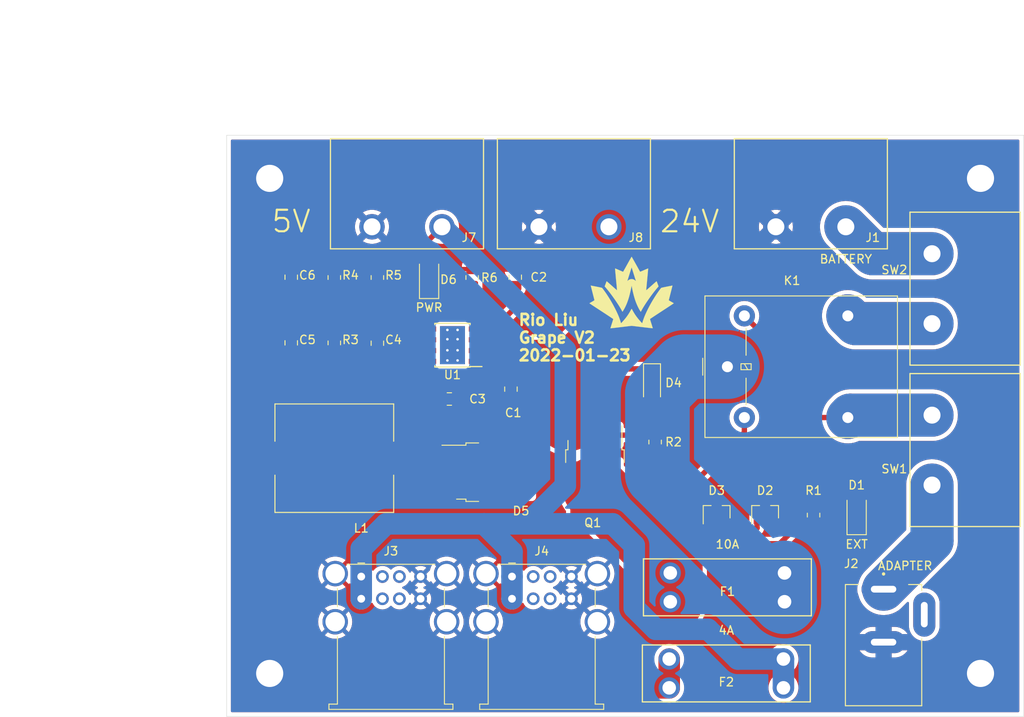
<source format=kicad_pcb>
(kicad_pcb (version 20211014) (generator pcbnew)
  (layers (0 "F.Cu" signal) (31 "B.Cu" signal) (34 "B.Paste" user) (35 "F.Paste" user) (36 "B.SilkS" user "B.Silkscreen") (37 "F.SilkS" user "F.Silkscreen") (38 "B.Mask" user) (39 "F.Mask" user) (44 "Edge.Cuts" user))
  (net 0 "")
  (net 1 "GND")
  (net 2 "+24V")
  (net 3 "Net-(C2-Pad1)")
  (net 4 "Net-(C3-Pad2)")
  (net 5 "Net-(C3-Pad1)")
  (net 6 "Net-(C4-Pad1)")
  (net 7 "Net-(C5-Pad1)")
  (net 8 "Net-(C6-Pad1)")
  (net 9 "Net-(D1-Pad2)")
  (net 10 "Net-(D1-Pad1)")
  (net 11 "Net-(D2-Pad2)")
  (net 12 "Net-(D4-Pad2)")
  (net 13 "+5V")
  (net 14 "Net-(D6-Pad1)")
  (net 15 "Net-(F1-Pad2)")
  (net 16 "Net-(J1-Pad2)")
  (net 17 "Net-(J2-Pad1)")
  (net 18 "Net-(K1-Pad4)")
  (net 19 "Net-(R4-Pad2)")
  (net 20 "Net-(F1-Pad1)")
  (footprint "Capacitor_SMD:C_0805_2012Metric_Pad1.18x1.45mm_HandSolder" (layer "F.Cu") (at 140.716 108.1825 90)
    (fp_text reference "C2" (at 0 2.7725 180) (layer "F.SilkS"))
    (fp_text value "8.2nF" hide)
    (pad "1" smd roundrect locked (at -1.0375 0 90) (size 1.175 1.45) (layers "F.Cu" "F.Paste" "F.Mask") (roundrect_rratio 0.212766) (net 3 "Net-(C2-Pad1)"))
    (pad "2" smd roundrect locked (at 1.0375 0 90) (size 1.175 1.45) (layers "F.Cu" "F.Paste" "F.Mask") (roundrect_rratio 0.212766) (net 1 "GND"))
  )
  (footprint "Capacitor_SMD:C_0805_2012Metric_Pad1.18x1.45mm_HandSolder" (layer "F.Cu") (at 132.9475 122.555)
    (fp_text reference "C3" (at 3.3235 0) (layer "F.SilkS"))
    (fp_text value "0.1uF" hide)
    (pad "1" smd roundrect locked (at -1.0375 0) (size 1.175 1.45) (layers "F.Cu" "F.Paste" "F.Mask") (roundrect_rratio 0.212766) (net 5 "Net-(C3-Pad1)"))
    (pad "2" smd roundrect locked (at 1.0375 0) (size 1.175 1.45) (layers "F.Cu" "F.Paste" "F.Mask") (roundrect_rratio 0.212766) (net 4 "Net-(C3-Pad2)"))
  )
  (footprint "Diode_SMD:D_SOT-23_ANK" (layer "F.Cu") (at 170.18 135.89 90)
    (fp_text reference "D2" (at 2.54 0 180) (layer "F.SilkS"))
    (fp_text value "BAS19LT3G" hide)
    (pad "" smd rect locked (at -1 0.95 90) (size 0.9 0.8) (layers "F.Cu" "F.Paste" "F.Mask"))
    (pad "1" smd rect locked (at 1 0 90) (size 0.9 0.8) (layers "F.Cu" "F.Paste" "F.Mask") (net 9 "Net-(D1-Pad2)"))
    (pad "2" smd rect locked (at -1 -0.95 90) (size 0.9 0.8) (layers "F.Cu" "F.Paste" "F.Mask") (net 11 "Net-(D2-Pad2)"))
  )
  (footprint "Diode_SMD:D_SOT-23_ANK" (layer "F.Cu") (at 164.465 135.89 90)
    (fp_text reference "D3" (at 2.54 0 180) (layer "F.SilkS"))
    (fp_text value "BAS19LT3G" hide)
    (pad "" smd rect locked (at -1 0.95 90) (size 0.9 0.8) (layers "F.Cu" "F.Paste" "F.Mask"))
    (pad "1" smd rect locked (at 1 0 90) (size 0.9 0.8) (layers "F.Cu" "F.Paste" "F.Mask") (net 1 "GND"))
    (pad "2" smd rect locked (at -1 -0.95 90) (size 0.9 0.8) (layers "F.Cu" "F.Paste" "F.Mask") (net 11 "Net-(D2-Pad2)"))
  )
  (footprint "Diode_SMD:D_SOD-123" (layer "F.Cu") (at 156.845 120.65 -90)
    (fp_text reference "D4" (at 0 -2.54 180) (layer "F.SilkS"))
    (fp_text value "3-15V" hide)
    (pad "1" smd rect locked (at -1.65 0 270) (size 0.9 1.2) (layers "F.Cu" "F.Paste" "F.Mask") (net 2 "+24V"))
    (pad "2" smd rect locked (at 1.65 0 270) (size 0.9 1.2) (layers "F.Cu" "F.Paste" "F.Mask") (net 12 "Net-(D4-Pad2)"))
  )
  (footprint "powerbox:TENSILITY_54-00167" (layer "F.Cu") (at 184.15 158.75 90)
    (fp_text reference "J2" (at 16.764 -3.81 180) (layer "F.SilkS"))
    (fp_text value "ADAPTER" (at 16.51 2.54 180) (layer "F.SilkS"))
    (pad "1" thru_hole oval locked (at 13.75 0 90) (size 2.6 5.2) (drill oval 0.8 3) (layers *.Cu *.Mask) (net 17 "Net-(J2-Pad1)"))
    (pad "2" thru_hole oval locked (at 7.5 0 90) (size 2.6 5.2) (drill oval 0.8 3) (layers *.Cu *.Mask) (net 1 "GND"))
    (pad "3" thru_hole oval locked (at 10.75 4.8 90) (size 5.2 2.6) (drill oval 3 0.8) (layers *.Cu *.Mask))
  )
  (footprint "powerbox:BarrierBlock_ED2945-ND" (layer "F.Cu") (at 143.51 102.235)
    (fp_text reference "J8" (at 11.43 1.27) (layer "F.SilkS"))
    (fp_text value "24V" (at 17.78 -0.635) (layer "F.SilkS") (effects (font (size 2.54 2.54) (thickness 0.254))))
    (pad "1" thru_hole circle locked (at 0 0) (size 3 3) (drill 2) (layers *.Cu *.Mask) (net 1 "GND"))
    (pad "2" thru_hole circle locked (at 8.25 0) (size 3 3) (drill 2) (layers *.Cu *.Mask) (net 2 "+24V"))
  )
  (footprint "powerbox:IND_PA4343.103NLT" (layer "F.Cu") (at 119.38 129.54 180)
    (fp_text reference "L1" (at -3.177995 -8.262765) (layer "F.SilkS") (effects (font (size 1.000937 1.000937))))
    (fp_text value "8.2uH" hide)
    (pad "1" smd rect locked (at -5.55 0 180) (size 5 3.1) (layers "F.Cu" "F.Paste" "F.Mask") (net 5 "Net-(C3-Pad1)"))
    (pad "2" smd rect locked (at 5.55 0 180) (size 5 3.1) (layers "F.Cu" "F.Paste" "F.Mask") (net 8 "Net-(C6-Pad1)"))
  )
  (footprint "Resistor_SMD:R_0805_2012Metric_Pad1.20x1.40mm_HandSolder" (layer "F.Cu") (at 135.636 108.22 90)
    (fp_text reference "R6" (at -0.016 2.032 180) (layer "F.SilkS"))
    (fp_text value "160" hide)
    (pad "1" smd roundrect locked (at -1 0 90) (size 1.2 1.4) (layers "F.Cu" "F.Paste" "F.Mask") (roundrect_rratio 0.208333) (net 14 "Net-(D6-Pad1)"))
    (pad "2" smd roundrect locked (at 1 0 90) (size 1.2 1.4) (layers "F.Cu" "F.Paste" "F.Mask") (roundrect_rratio 0.208333) (net 1 "GND"))
  )
  (footprint "powerbox:BarrierBlock_ED2945-ND" (layer "F.Cu") (at 189.865 105.41 -90)
    (fp_text reference "SW2" (at 1.905 4.445 180) (layer "F.SilkS"))
    (fp_text value "~")
    (pad "1" thru_hole circle locked (at 0 0 270) (size 3 3) (drill 2) (layers *.Cu *.Mask) (net 16 "Net-(J1-Pad2)"))
    (pad "2" thru_hole circle locked (at 8.25 0 270) (size 3 3) (drill 2) (layers *.Cu *.Mask) (net 18 "Net-(K1-Pad4)"))
  )
  (footprint "Package_SO:TI_SO-PowerPAD-8_ThermalVias" (layer "F.Cu") (at 133.315 116.205 180)
    (fp_text reference "U1" (at 0 -3.5) (layer "F.SilkS"))
    (fp_text value "TPS54331GDR" hide)
    (pad "1" smd rect locked (at -2.7 -1.905 180) (size 1.55 0.6) (layers "F.Cu" "F.Paste" "F.Mask") (net 4 "Net-(C3-Pad2)"))
    (pad "2" smd rect locked (at -2.7 -0.635 180) (size 1.55 0.6) (layers "F.Cu" "F.Paste" "F.Mask") (net 2 "+24V"))
    (pad "3" smd rect locked (at -2.7 0.635 180) (size 1.55 0.6) (layers "F.Cu" "F.Paste" "F.Mask"))
    (pad "4" smd rect locked (at -2.7 1.905 180) (size 1.55 0.6) (layers "F.Cu" "F.Paste" "F.Mask") (net 3 "Net-(C2-Pad1)"))
    (pad "5" smd rect locked (at 2.7 1.905 180) (size 1.55 0.6) (layers "F.Cu" "F.Paste" "F.Mask") (net 19 "Net-(R4-Pad2)"))
    (pad "6" smd rect locked (at 2.7 0.635 180) (size 1.55 0.6) (layers "F.Cu" "F.Paste" "F.Mask") (net 6 "Net-(C4-Pad1)"))
    (pad "7" smd rect locked (at 2.7 -0.635 180) (size 1.55 0.6) (layers "F.Cu" "F.Paste" "F.Mask") (net 1 "GND"))
    (pad "8" smd rect locked (at 2.7 -1.905 180) (size 1.55 0.6) (layers "F.Cu" "F.Paste" "F.Mask") (net 5 "Net-(C3-Pad1)"))
    (pad "9" thru_hole circle locked (at 0.6 -1.8 180) (size 0.6 0.6) (drill 0.3) (layers *.Cu))
    (pad "9" thru_hole circle locked (at 0.6 0.7 180) (size 0.6 0.6) (drill 0.3) (layers *.Cu))
    (pad "9" smd rect locked (at 0 0 180) (size 2.6 3.1) (layers "F.Cu" "F.Paste" "F.Mask"))
    (pad "9" thru_hole circle locked (at -0.6 -0.6 180) (size 0.6 0.6) (drill 0.3) (layers *.Cu))
    (pad "9" thru_hole circle locked (at -0.6 0.7 180) (size 0.6 0.6) (drill 0.3) (layers *.Cu))
    (pad "9" smd rect locked (at 0 0 180) (size 2.95 4.5) (layers "B.Cu"))
    (pad "9" smd rect locked (at 0 0 180) (size 2.95 4.5) (layers "F.Cu"))
    (pad "9" thru_hole circle locked (at -0.6 -1.8 180) (size 0.6 0.6) (drill 0.3) (layers *.Cu))
    (pad "9" thru_hole circle locked (at 0.6 -0.6 180) (size 0.6 0.6) (drill 0.3) (layers *.Cu))
    (pad "9" thru_hole circle locked (at -0.6 1.8 180) (size 0.6 0.6) (drill 0.3) (layers *.Cu))
    (pad "9" thru_hole circle locked (at 0.6 1.8 180) (size 0.6 0.6) (drill 0.3) (layers *.Cu))
  )
  (footprint "Connector_USB:USB_A_Wuerth_61400826021_Horizontal_Stacked" (layer "F.Cu") (at 122.555 143.51)
    (fp_text reference "J3" (at 3.5 -3) (layer "F.SilkS"))
    (fp_text value "USB_STACKED" hide)
    (pad "1" thru_hole rect locked (at 0 0) (size 1.5 1.5) (drill 0.92) (layers *.Cu *.Mask) (net 13 "+5V"))
    (pad "2" thru_hole circle locked (at 2.5 0) (size 1.5 1.5) (drill 0.92) (layers *.Cu *.Mask))
    (pad "3" thru_hole circle locked (at 4.5 0) (size 1.5 1.5) (drill 0.92) (layers *.Cu *.Mask))
    (pad "4" thru_hole circle locked (at 7 0) (size 1.5 1.5) (drill 0.92) (layers *.Cu *.Mask) (net 1 "GND"))
    (pad "5" thru_hole circle locked (at 0 2.62) (size 1.5 1.5) (drill 0.92) (layers *.Cu *.Mask) (net 13 "+5V"))
    (pad "6" thru_hole circle locked (at 2.5 2.62) (size 1.5 1.5) (drill 0.92) (layers *.Cu *.Mask))
    (pad "7" thru_hole circle locked (at 4.5 2.62) (size 1.5 1.5) (drill 0.92) (layers *.Cu *.Mask))
    (pad "8" thru_hole circle locked (at 7 2.62) (size 1.5 1.5) (drill 0.92) (layers *.Cu *.Mask) (net 1 "GND"))
    (pad "9" thru_hole circle locked (at 10.07 -0.35) (size 3 3) (drill 2.3) (layers *.Cu *.Mask) (net 1 "GND"))
    (pad "9" thru_hole circle locked (at -3.07 5.33) (size 3 3) (drill 2.3) (layers *.Cu *.Mask) (net 1 "GND"))
    (pad "9" thru_hole circle locked (at 10.07 5.33) (size 3 3) (drill 2.3) (layers *.Cu *.Mask) (net 1 "GND"))
    (pad "9" thru_hole circle locked (at -3.07 -0.35) (size 3 3) (drill 2.3) (layers *.Cu *.Mask) (net 1 "GND"))
  )
  (footprint "Capacitor_SMD:C_0805_2012Metric_Pad1.18x1.45mm_HandSolder" (layer "F.Cu") (at 140.208 121.3905 -90)
    (fp_text reference "C1" (at 2.794 -0.2755 180) (layer "F.SilkS"))
    (fp_text value "10uF" hide)
    (pad "1" smd roundrect locked (at -1.0375 0 270) (size 1.175 1.45) (layers "F.Cu" "F.Paste" "F.Mask") (roundrect_rratio 0.212766) (net 2 "+24V"))
    (pad "2" smd roundrect locked (at 1.0375 0 270) (size 1.175 1.45) (layers "F.Cu" "F.Paste" "F.Mask") (roundrect_rratio 0.212766) (net 1 "GND"))
  )
  (footprint "Capacitor_SMD:C_0805_2012Metric_Pad1.18x1.45mm_HandSolder" (layer "F.Cu") (at 124.46 115.9725 -90)
    (fp_text reference "C4" (at -0.4025 -1.905 180) (layer "F.SilkS"))
    (fp_text value "10pF" hide)
    (pad "1" smd roundrect locked (at -1.0375 0 270) (size 1.175 1.45) (layers "F.Cu" "F.Paste" "F.Mask") (roundrect_rratio 0.212766) (net 6 "Net-(C4-Pad1)"))
    (pad "2" smd roundrect locked (at 1.0375 0 270) (size 1.175 1.45) (layers "F.Cu" "F.Paste" "F.Mask") (roundrect_rratio 0.212766) (net 1 "GND"))
  )
  (footprint "Capacitor_SMD:C_0805_2012Metric_Pad1.18x1.45mm_HandSolder" (layer "F.Cu") (at 114.3 108.1825 -90)
    (fp_text reference "C6" (at -0.2325 -1.905 180) (layer "F.SilkS"))
    (fp_text value "47uF" hide)
    (pad "1" smd roundrect locked (at -1.0375 0 270) (size 1.175 1.45) (layers "F.Cu" "F.Paste" "F.Mask") (roundrect_rratio 0.212766) (net 8 "Net-(C6-Pad1)"))
    (pad "2" smd roundrect locked (at 1.0375 0 270) (size 1.175 1.45) (layers "F.Cu" "F.Paste" "F.Mask") (roundrect_rratio 0.212766) (net 1 "GND"))
  )
  (footprint "Resistor_SMD:R_0805_2012Metric_Pad1.20x1.40mm_HandSolder" (layer "F.Cu") (at 119.38 108.22 -90)
    (fp_text reference "R4" (at -0.27 -1.905 180) (layer "F.SilkS"))
    (fp_text value "10.2k" hide)
    (pad "1" smd roundrect locked (at -1 0 270) (size 1.2 1.4) (layers "F.Cu" "F.Paste" "F.Mask") (roundrect_rratio 0.208333) (net 8 "Net-(C6-Pad1)"))
    (pad "2" smd roundrect locked (at 1 0 270) (size 1.2 1.4) (layers "F.Cu" "F.Paste" "F.Mask") (roundrect_rratio 0.208333) (net 19 "Net-(R4-Pad2)"))
  )
  (footprint "Resistor_SMD:R_0805_2012Metric_Pad1.20x1.40mm_HandSolder" (layer "F.Cu") (at 124.46 108.22 90)
    (fp_text reference "R5" (at 0.27 1.905 180) (layer "F.SilkS"))
    (fp_text value "1.96k" hide)
    (pad "1" smd roundrect locked (at -1 0 90) (size 1.2 1.4) (layers "F.Cu" "F.Paste" "F.Mask") (roundrect_rratio 0.208333) (net 19 "Net-(R4-Pad2)"))
    (pad "2" smd roundrect locked (at 1 0 90) (size 1.2 1.4) (layers "F.Cu" "F.Paste" "F.Mask") (roundrect_rratio 0.208333) (net 1 "GND"))
  )
  (footprint "Resistor_SMD:R_0805_2012Metric_Pad1.20x1.40mm_HandSolder" (layer "F.Cu") (at 175.895 136.255 -90)
    (fp_text reference "R1" (at -2.905 0 180) (layer "F.SilkS"))
    (fp_text value "1K" hide)
    (pad "1" smd roundrect locked (at -1 0 270) (size 1.2 1.4) (layers "F.Cu" "F.Paste" "F.Mask") (roundrect_rratio 0.208333) (net 11 "Net-(D2-Pad2)"))
    (pad "2" smd roundrect locked (at 1 0 270) (size 1.2 1.4) (layers "F.Cu" "F.Paste" "F.Mask") (roundrect_rratio 0.208333) (net 10 "Net-(D1-Pad1)"))
  )
  (footprint "LED_SMD:LED_1206_3216Metric_Pad1.42x1.75mm_HandSolder" (layer "F.Cu") (at 180.975 136.1075 90)
    (fp_text reference "D1" (at 3.3925 0 180) (layer "F.SilkS"))
    (fp_text value "EXT" (at -3.5925 0 180) (layer "F.SilkS"))
    (pad "1" smd roundrect locked (at -1.4875 0 90) (size 1.425 1.75) (layers "F.Cu" "F.Paste" "F.Mask") (roundrect_rratio 0.175439) (net 10 "Net-(D1-Pad1)"))
    (pad "2" smd roundrect locked (at 1.4875 0 90) (size 1.425 1.75) (layers "F.Cu" "F.Paste" "F.Mask") (roundrect_rratio 0.175439) (net 9 "Net-(D1-Pad2)"))
  )
  (footprint "Package_TO_SOT_SMD:TO-252-2" (layer "F.Cu") (at 137.37 131.19)
    (fp_text reference "D5" (at 4.029 4.571) (layer "F.SilkS"))
    (fp_text value "FERD15S50S" hide)
    (pad "1" smd rect locked (at -4.2 -2.28) (size 2.2 1.2) (layers "F.Cu" "F.Paste" "F.Mask") (net 5 "Net-(C3-Pad1)"))
    (pad "2" smd rect locked (at 2.1 0) (size 6.4 5.8) (layers "F.Cu" "F.Mask") (net 1 "GND"))
    (pad "3" smd rect locked (at -4.2 2.28) (size 2.2 1.2) (layers "F.Cu" "F.Paste" "F.Mask") (net 1 "GND"))
  )
  (footprint "Resistor_SMD:R_0805_2012Metric_Pad1.20x1.40mm_HandSolder" (layer "F.Cu") (at 119.38 115.935 90)
    (fp_text reference "R3" (at 0.365 1.905 180) (layer "F.SilkS"))
    (fp_text value "64.9k" hide)
    (pad "1" smd roundrect locked (at -1 0 90) (size 1.2 1.4) (layers "F.Cu" "F.Paste" "F.Mask") (roundrect_rratio 0.208333) (net 7 "Net-(C5-Pad1)"))
    (pad "2" smd roundrect locked (at 1 0 90) (size 1.2 1.4) (layers "F.Cu" "F.Paste" "F.Mask") (roundrect_rratio 0.208333) (net 6 "Net-(C4-Pad1)"))
  )
  (footprint "Relay_THT:Relay_SPDT_Omron-G5LE-1" (layer "F.Cu") (at 165.735 118.745 90)
    (fp_text reference "K1" (at 10.16 7.62 180) (layer "F.SilkS"))
    (fp_text value "J107F1CS1224VDC.36" hide)
    (pad "1" thru_hole rect locked (at 0 0 90) (size 2.5 2.5) (drill 1.3) (layers *.Cu *.Mask) (net 20 "Net-(F1-Pad1)"))
    (pad "2" thru_hole oval locked (at -6 2 90) (size 2.5 2.5) (drill 1.3) (layers *.Cu *.Mask) (net 11 "Net-(D2-Pad2)"))
    (pad "3" thru_hole oval locked (at -6 14.2 90) (size 2.5 2.5) (drill 1.3) (layers *.Cu *.Mask) (net 9 "Net-(D1-Pad2)"))
    (pad "4" thru_hole oval locked (at 6 14.2 90) (size 2.5 2.5) (drill 1.3) (layers *.Cu *.Mask) (net 18 "Net-(K1-Pad4)"))
    (pad "5" thru_hole oval locked (at 6 2 90) (size 2.5 2.5) (drill 1.3) (layers *.Cu *.Mask) (net 9 "Net-(D1-Pad2)"))
  )
  (footprint "Capacitor_SMD:C_0805_2012Metric_Pad1.18x1.45mm_HandSolder" (layer "F.Cu") (at 114.3 115.9295 90)
    (fp_text reference "C5" (at 0.3595 1.905 180) (layer "F.SilkS"))
    (fp_text value "1nF" hide)
    (pad "1" smd roundrect locked (at -1.0375 0 90) (size 1.175 1.45) (layers "F.Cu" "F.Paste" "F.Mask") (roundrect_rratio 0.212766) (net 7 "Net-(C5-Pad1)"))
    (pad "2" smd roundrect locked (at 1.0375 0 90) (size 1.175 1.45) (layers "F.Cu" "F.Paste" "F.Mask") (roundrect_rratio 0.212766) (net 1 "GND"))
  )
  (footprint "MountingHole:MountingHole_3.2mm_M3_Pad" (layer "F.Cu") (at 195.58 96.52)
    (fp_text reference "REF**" hide)
    (fp_text value "MountingHole_3.2mm_M3_Pad" hide)
    (pad "1" thru_hole circle locked (at 0 0) (size 6.4 6.4) (drill 3.200001) (layers *.Cu *.Mask) (net 1 "GND"))
  )
  (footprint "powerbox:BarrierBlock_ED2945-ND" (layer "F.Cu") (at 189.865 124.46 -90)
    (fp_text reference "SW1" (at 6.35 4.445 180) (layer "F.SilkS"))
    (fp_text value "~")
    (pad "1" thru_hole circle locked (at 0 0 270) (size 3 3) (drill 2) (layers *.Cu *.Mask) (net 9 "Net-(D1-Pad2)"))
    (pad "2" thru_hole circle locked (at 8.25 0 270) (size 3 3) (drill 2) (layers *.Cu *.Mask) (net 17 "Net-(J2-Pad1)"))
  )
  (footprint "LED_SMD:LED_1206_3216Metric_Pad1.42x1.75mm_HandSolder" (layer "F.Cu") (at 130.556 108.2405 90)
    (fp_text reference "D6" (at -0.2175 2.286 180) (layer "F.SilkS"))
    (fp_text value "PWR" (at -3.5195 0 180) (layer "F.SilkS"))
    (pad "1" smd roundrect locked (at -1.4875 0 90) (size 1.425 1.75) (layers "F.Cu" "F.Paste" "F.Mask") (roundrect_rratio 0.175439) (net 14 "Net-(D6-Pad1)"))
    (pad "2" smd roundrect locked (at 1.4875 0 90) (size 1.425 1.75) (layers "F.Cu" "F.Paste" "F.Mask") (roundrect_rratio 0.175439) (net 13 "+5V"))
  )
  (footprint "MountingHole:MountingHole_3.2mm_M3_Pad" (layer "F.Cu") (at 111.76 154.94)
    (fp_text reference "REF**" hide)
    (fp_text value "MountingHole_3.2mm_M3_Pad" hide)
    (pad "1" thru_hole circle locked (at 0 0) (size 6.4 6.4) (drill 3.200001) (layers *.Cu *.Mask) (net 1 "GND"))
  )
  (footprint "MountingHole:MountingHole_3.2mm_M3_Pad" (layer "F.Cu") (at 111.76 96.52)
    (fp_text reference "REF**" hide)
    (fp_text value "MountingHole_3.2mm_M3_Pad" hide)
    (pad "1" thru_hole circle locked (at 0 0) (size 6.4 6.4) (drill 3.200001) (layers *.Cu *.Mask) (net 1 "GND"))
  )
  (footprint "Connector_USB:USB_A_Wuerth_61400826021_Horizontal_Stacked" (layer "F.Cu") (at 140.335 143.51)
    (fp_text reference "J4" (at 3.5 -3) (layer "F.SilkS"))
    (fp_text value "USB_STACKED" hide)
    (pad "1" thru_hole rect locked (at 0 0) (size 1.5 1.5) (drill 0.92) (layers *.Cu *.Mask) (net 13 "+5V"))
    (pad "2" thru_hole circle locked (at 2.5 0) (size 1.5 1.5) (drill 0.92) (layers *.Cu *.Mask))
    (pad "3" thru_hole circle locked (at 4.5 0) (size 1.5 1.5) (drill 0.92) (layers *.Cu *.Mask))
    (pad "4" thru_hole circle locked (at 7 0) (size 1.5 1.5) (drill 0.92) (layers *.Cu *.Mask) (net 1 "GND"))
    (pad "5" thru_hole circle locked (at 0 2.62) (size 1.5 1.5) (drill 0.92) (layers *.Cu *.Mask) (net 13 "+5V"))
    (pad "6" thru_hole circle locked (at 2.5 2.62) (size 1.5 1.5) (drill 0.92) (layers *.Cu *.Mask))
    (pad "7" thru_hole circle locked (at 4.5 2.62) (size 1.5 1.5) (drill 0.92) (layers *.Cu *.Mask))
    (pad "8" thru_hole circle locked (at 7 2.62) (size 1.5 1.5) (drill 0.92) (layers *.Cu *.Mask) (net 1 "GND"))
    (pad "9" thru_hole circle locked (at 10.07 -0.35) (size 3 3) (drill 2.3) (layers *.Cu *.Mask) (net 1 "GND"))
    (pad "9" thru_hole circle locked (at 10.07 5.33) (size 3 3) (drill 2.3) (layers *.Cu *.Mask) (net 1 "GND"))
    (pad "9" thru_hole circle locked (at -3.07 -0.35) (size 3 3) (drill 2.3) (layers *.Cu *.Mask) (net 1 "GND"))
    (pad "9" thru_hole circle locked (at -3.07 5.33) (size 3 3) (drill 2.3) (layers *.Cu *.Mask) (net 1 "GND"))
  )
  (footprint "Package_TO_SOT_SMD:TO-252-2" (layer "F.Cu") (at 150.115 131.02 -90)
    (fp_text reference "Q1" (at 6.14 0.255 180) (layer "F.SilkS"))
    (fp_text value "AOD417" hide)
    (pad "1" smd rect locked (at -4.2 -2.28 270) (size 2.2 1.2) (layers "F.Cu" "F.Paste" "F.Mask") (net 12 "Net-(D4-Pad2)"))
    (pad "2" smd rect locked (at 2.1 0 270) (size 6.4 5.8) (layers "F.Cu" "F.Mask") (net 15 "Net-(F1-Pad2)"))
    (pad "3" smd rect locked (at -4.2 2.28 270) (size 2.2 1.2) (layers "F.Cu" "F.Paste" "F.Mask") (net 2 "+24V"))
  )
  (footprint "Resistor_SMD:R_0805_2012Metric_Pad1.20x1.40mm_HandSolder" (layer "F.Cu") (at 157.21 127.635 -90)
    (fp_text reference "R2" (at 0 -2.175 180) (layer "F.SilkS"))
    (fp_text value "10k" hide)
    (pad "1" smd roundrect locked (at -1 0 270) (size 1.2 1.4) (layers "F.Cu" "F.Paste" "F.Mask") (roundrect_rratio 0.208333) (net 12 "Net-(D4-Pad2)"))
    (pad "2" smd roundrect locked (at 1 0 270) (size 1.2 1.4) (layers "F.Cu" "F.Paste" "F.Mask") (roundrect_rratio 0.208333) (net 1 "GND"))
  )
  (footprint "MountingHole:MountingHole_3.2mm_M3_Pad" (layer "F.Cu") (at 195.58 154.94)
    (fp_text reference "REF**" hide)
    (fp_text value "MountingHole_3.2mm_M3_Pad" hide)
    (pad "1" thru_hole circle locked (at 0 0) (size 6.4 6.4) (drill 3.200001) (layers *.Cu *.Mask) (net 1 "GND"))
  )
  (footprint "powerbox:BarrierBlock_ED2945-ND" (layer "F.Cu") (at 171.45 102.235)
    (fp_text reference "J1" (at 11.43 1.27) (layer "F.SilkS"))
    (fp_text value "BATTERY" (at 8.255 3.81) (layer "F.SilkS"))
    (pad "1" thru_hole circle locked (at 0 0) (size 3 3) (drill 2) (layers *.Cu *.Mask) (net 1 "GND"))
    (pad "2" thru_hole circle locked (at 8.25 0) (size 3 3) (drill 2) (layers *.Cu *.Mask) (net 16 "Net-(J1-Pad2)"))
  )
  (footprint "powerbox:BarrierBlock_ED2945-ND" (layer "F.Cu") (at 123.825 102.235)
    (fp_text reference "J7" (at 11.43 1.27) (layer "F.SilkS"))
    (fp_text value "5V" (at -9.525 -0.635) (layer "F.SilkS") (effects (font (size 2.54 2.54) (thickness 0.254))))
    (pad "1" thru_hole circle locked (at 0 0) (size 3 3) (drill 2) (layers *.Cu *.Mask) (net 1 "GND"))
    (pad "2" thru_hole circle locked (at 8.25 0) (size 3 3) (drill 2) (layers *.Cu *.Mask) (net 13 "+5V"))
  )
  (footprint "powerbox:Fuseholder_36-3557-15-ND" (layer "F.Cu") (at 165.735 144.78)
    (fp_text reference "F1" (at 0 0.5) (layer "F.SilkS"))
    (fp_text value "10A" (at 0 -5.08) (layer "F.SilkS"))
    (pad "1" thru_hole circle locked (at 6.735 -1.7) (size 2.5 2.5) (drill 1.6) (layers *.Cu *.Mask) (net 20 "Net-(F1-Pad1)"))
    (pad "1" thru_hole circle locked (at 6.735 1.7) (size 2.5 2.5) (drill 1.6) (layers *.Cu *.Mask) (net 20 "Net-(F1-Pad1)"))
    (pad "2" thru_hole circle locked (at -6.735 -1.7) (size 2.5 2.5) (drill 1.6) (layers *.Cu *.Mask) (net 15 "Net-(F1-Pad2)"))
    (pad "2" thru_hole circle locked (at -6.735 1.7) (size 2.5 2.5) (drill 1.6) (layers *.Cu *.Mask) (net 15 "Net-(F1-Pad2)"))
  )
  (footprint "powerbox:Fuseholder_36-3557-15-ND" (layer "F.Cu") (at 165.608 154.94)
    (fp_text reference "F2" (at 0 1.016) (layer "F.SilkS"))
    (fp_text value "4A" (at 0 -5.08) (layer "F.SilkS"))
    (pad "1" thru_hole circle locked (at 6.735 1.7) (size 2.5 2.5) (drill 1.6) (layers *.Cu *.Mask) (net 13 "+5V"))
    (pad "1" thru_hole circle locked (at 6.735 -1.7) (size 2.5 2.5) (drill 1.6) (layers *.Cu *.Mask) (net 13 "+5V"))
    (pad "2" thru_hole circle locked (at -6.735 1.7) (size 2.5 2.5) (drill 1.6) (layers *.Cu *.Mask) (net 8 "Net-(C6-Pad1)"))
    (pad "2" thru_hole circle locked (at -6.735 -1.7) (size 2.5 2.5) (drill 1.6) (layers *.Cu *.Mask) (net 8 "Net-(C6-Pad1)"))
  )
  (footprint "Team_Logo:Logo_SilkScreen_10mm" (layer "F.Cu") (at 154.432 109.982)
    (fp_text reference "G***" hide)
    (fp_text value "LOGO" hide)
  )
  (gr_line (start 200.66 91.44) (end 200.66 91.44) (layer "Edge.Cuts") (width 0.05))
  (gr_line (start 106.68 91.44) (end 200.66 91.44) (layer "Edge.Cuts") (width 0.05))
  (gr_line (start 106.68 160.02) (end 106.68 91.44) (layer "Edge.Cuts") (width 0.05))
  (gr_line (start 200.66 91.44) (end 200.66 160.02) (layer "Edge.Cuts") (width 0.05))
  (gr_line (start 200.66 160.02) (end 106.68 160.02) (layer "Edge.Cuts") (width 0.05))
  (gr_text "Rio Liu\nGrape V2\n2022-01-23" (at 140.97 115.316) (layer "F.SilkS") (effects (font (size 1.3 1.3) (thickness 0.3)) (justify left)))
  (segment (start 140.641 107.22) (end 140.716 107.145) (width 0.635) (layer "F.Cu") (net 1))
  (segment (start 135.636 107.22) (end 140.641 107.22) (width 0.635) (layer "F.Cu") (net 1))
  (segment (start 136.015 116.84) (end 138.176 116.84) (width 0.635) (layer "F.Cu") (net 2))
  (segment (start 146.939 120.0785) (end 146.939 124.9045) (width 7.62) (layer "F.Cu") (net 2))
  (segment (start 140.208 120.353) (end 140.208 118.872) (width 0.635) (layer "F.Cu") (net 2))
  (segment (start 151.76 113.4695) (end 151.76 115.2575) (width 7.62) (layer "F.Cu") (net 2))
  (segment (start 147.32 116.84) (end 138.176 116.84) (width 2.54) (layer "F.Cu") (net 2))
  (segment (start 151.76 102.235) (end 151.76 113.4695) (width 7.62) (layer "F.Cu") (net 2))
  (segment (start 149.48 119) (end 147.32 116.84) (width 0.635) (layer "F.Cu") (net 2))
  (segment (start 151.76 115.2575) (end 146.939 120.0785) (width 7.62) (layer "F.Cu") (net 2))
  (segment (start 140.208 118.872) (end 138.176 116.84) (width 0.635) (layer "F.Cu") (net 2))
  (segment (start 156.845 119) (end 149.48 119) (width 0.635) (layer "F.Cu") (net 2))
  (segment (start 136.015 114.3) (end 138.176 114.3) (width 0.635) (layer "F.Cu") (net 3))
  (segment (start 138.176 114.3) (end 140.716 111.76) (width 0.635) (layer "F.Cu") (net 3))
  (segment (start 140.716 111.76) (end 140.716 109.22) (width 0.635) (layer "F.Cu") (net 3))
  (segment (start 136.015 120.525) (end 133.985 122.555) (width 0.635) (layer "F.Cu") (net 4))
  (segment (start 136.015 118.11) (end 136.015 120.525) (width 0.635) (layer "F.Cu") (net 4))
  (segment (start 124.93 122.974) (end 124.93 121.958) (width 2.54) (layer "F.Cu") (net 5))
  (segment (start 128.016 118.872) (end 130.048 118.872) (width 2.54) (layer "F.Cu") (net 5))
  (segment (start 124.93 129.54) (end 124.93 122.974) (width 2.54) (layer "F.Cu") (net 5))
  (segment (start 124.93 121.958) (end 128.016 118.872) (width 2.54) (layer "F.Cu") (net 5))
  (segment (start 130.615 121.26) (end 131.91 122.555) (width 0.635) (layer "F.Cu") (net 5))
  (segment (start 133.17 128.91) (end 130.866 128.91) (width 2.54) (layer "F.Cu") (net 5))
  (segment (start 130.866 128.91) (end 124.93 122.974) (width 2.54) (layer "F.Cu") (net 5))
  (segment (start 130.615 118.11) (end 130.615 121.26) (width 0.635) (layer "F.Cu") (net 5))
  (segment (start 124.46 114.935) (end 124.46 114.3) (width 0.635) (layer "F.Cu") (net 6))
  (segment (start 125.984 112.776) (end 121.539 112.776) (width 0.635) (layer "F.Cu") (net 6))
  (segment (start 129.286 115.57) (end 126.492 112.776) (width 0.635) (layer "F.Cu") (net 6))
  (segment (start 121.539 112.776) (end 119.38 114.935) (width 0.635) (layer "F.Cu") (net 6))
  (segment (start 124.46 114.3) (end 125.984 112.776) (width 0.635) (layer "F.Cu") (net 6))
  (segment (start 126.492 112.776) (end 125.984 112.776) (width 0.635) (layer "F.Cu") (net 6))
  (segment (start 130.615 115.57) (end 129.286 115.57) (width 0.635) (layer "F.Cu") (net 6))
  (segment (start 114.3 116.967) (end 119.348 116.967) (width 0.635) (layer "F.Cu") (net 7))
  (segment (start 119.348 116.967) (end 119.38 116.935) (width 0.635) (layer "F.Cu") (net 7))
  (segment (start 110.744 126.454) (end 113.83 129.54) (width 0.635) (layer "F.Cu") (net 8))
  (segment (start 114.3 107.145) (end 119.305 107.145) (width 0.635) (layer "F.Cu") (net 8))
  (segment (start 113.83 149.136) (end 119.253 154.559) (width 2.54) (layer "F.Cu") (net 8))
  (segment (start 119.253 154.559) (end 120.064 155.37) (width 2.54) (layer "F.Cu") (net 8))
  (segment (start 113.83 149.136) (end 121.334 156.64) (width 2.54) (layer "F.Cu") (net 8))
  (segment (start 110.744 109.728) (end 110.744 126.454) (width 0.635) (layer "F.Cu") (net 8))
  (segment (start 113.83 129.54) (end 113.83 149.136) (width 2.54) (layer "F.Cu") (net 8))
  (segment (start 158.873 156.64) (end 158.873 153.24) (width 2.54) (layer "F.Cu") (net 8))
  (segment (start 121.334 156.64) (end 158.873 156.64) (width 2.54) (layer "F.Cu") (net 8))
  (segment (start 121.334 156.64) (end 119.253 154.559) (width 2.54) (layer "F.Cu") (net 8))
  (segment (start 119.305 107.145) (end 119.38 107.22) (width 0.635) (layer "F.Cu") (net 8))
  (segment (start 113.327 107.145) (end 110.744 109.728) (width 0.635) (layer "F.Cu") (net 8))
  (segment (start 114.3 107.145) (end 113.327 107.145) (width 0.635) (layer "F.Cu") (net 8))
  (segment (start 170.18 134.89) (end 170.18 134.493) (width 0.635) (layer "F.Cu") (net 9))
  (segment (start 179.935 124.745) (end 176.118 124.745) (width 0.635) (layer "F.Cu") (net 9))
  (segment (start 180.22 124.46) (end 179.935 124.745) (width 5.08) (layer "F.Cu") (net 9))
  (segment (start 173.101 127.762) (end 173.101 118.111) (width 0.635) (layer "F.Cu") (net 9))
  (segment (start 173.101 118.111) (end 167.735 112.745) (width 0.635) (layer "F.Cu") (net 9))
  (segment (start 174.498 131.572) (end 177.3075 131.572) (width 0.635) (layer "F.Cu") (net 9))
  (segment (start 174.498 131.572) (end 177.927 131.572) (width 0.635) (layer "F.Cu") (net 9))
  (segment (start 170.18 134.493) (end 173.101 131.572) (width 0.635) (layer "F.Cu") (net 9))
  (segment (start 173.101 131.572) (end 173.101 127.762) (width 0.635) (layer "F.Cu") (net 9))
  (segment (start 189.865 124.46) (end 180.22 124.46) (width 5.08) (layer "F.Cu") (net 9))
  (segment (start 177.927 131.572) (end 180.975 134.62) (width 0.635) (layer "F.Cu") (net 9))
  (segment (start 173.101 131.572) (end 174.498 131.572) (width 0.635) (layer "F.Cu") (net 9))
  (segment (start 176.118 124.745) (end 173.101 127.762) (width 0.635) (layer "F.Cu") (net 9))
  (segment (start 180.22 124.46) (end 179.935 124.745) (width 5.08) (layer "B.Cu") (net 9))
  (segment (start 189.865 124.46) (end 180.22 124.46) (width 5.08) (layer "B.Cu") (net 9))
  (segment (start 176.235 137.595) (end 175.895 137.255) (width 0.635) (layer "F.Cu") (net 10))
  (segment (start 180.975 137.595) (end 176.235 137.595) (width 0.635) (layer "F.Cu") (net 10))
  (segment (start 167.386 139.6365) (end 165.5445 139.6365) (width 0.635) (layer "F.Cu") (net 11))
  (segment (start 160.5915 137.476478) (end 162.751522 139.6365) (width 0.635) (layer "F.Cu") (net 11))
  (segment (start 167.735 124.745) (end 167.735 126.524) (width 0.635) (layer "F.Cu") (net 11))
  (segment (start 171.8945 139.6365) (end 167.386 139.6365) (width 0.635) (layer "F.Cu") (net 11))
  (segment (start 160.5915 133.6675) (end 160.5915 137.476478) (width 0.635) (layer "F.Cu") (net 11))
  (segment (start 173.5455 137.9855) (end 171.8945 139.6365) (width 0.635) (layer "F.Cu") (net 11))
  (segment (start 167.735 126.524) (end 160.5915 133.6675) (width 0.635) (layer "F.Cu") (net 11))
  (segment (start 173.5455 136.2075) (end 173.5455 137.9855) (width 0.635) (layer "F.Cu") (net 11))
  (segment (start 175.895 135.255) (end 174.498 135.255) (width 0.635) (layer "F.Cu") (net 11))
  (segment (start 163.515 137.607) (end 165.5445 139.6365) (width 0.635) (layer "F.Cu") (net 11))
  (segment (start 174.498 135.255) (end 173.5455 136.2075) (width 0.635) (layer "F.Cu") (net 11))
  (segment (start 169.23 136.89) (end 169.23 137.7925) (width 0.635) (layer "F.Cu") (net 11))
  (segment (start 163.515 136.89) (end 163.515 137.607) (width 0.635) (layer "F.Cu") (net 11))
  (segment (start 165.5445 139.6365) (end 162.751522 139.6365) (width 0.635) (layer "F.Cu") (net 11))
  (segment (start 169.23 137.7925) (end 167.386 139.6365) (width 0.635) (layer "F.Cu") (net 11))
  (segment (start 157.21 126.635) (end 157.21 122.665) (width 0.635) (layer "F.Cu") (net 12))
  (segment (start 157.21 122.665) (end 156.845 122.3) (width 0.635) (layer "F.Cu") (net 12))
  (segment (start 157.025 126.82) (end 157.21 126.635) (width 0.635) (layer "F.Cu") (net 12))
  (segment (start 152.395 126.82) (end 157.025 126.82) (width 0.635) (layer "F.Cu") (net 12))
  (segment (start 130.556 103.754) (end 132.075 102.235) (width 0.635) (layer "F.Cu") (net 13))
  (segment (start 130.556 106.753) (end 130.556 103.754) (width 0.635) (layer "F.Cu") (net 13))
  (segment (start 137.033 137.287) (end 125.488 137.287) (width 2.54) (layer "B.Cu") (net 13))
  (segment (start 132.075 102.235) (end 146.6215 116.7815) (width 2.54) (layer "B.Cu") (net 13))
  (segment (start 163.449 149.733) (end 157.2895 149.733) (width 2.54) (layer "B.Cu") (net 13))
  (segment (start 146.6215 132.7785) (end 142.113 137.287) (width 2.54) (layer "B.Cu") (net 13))
  (segment (start 125.488 137.287) (end 122.555 140.22) (width 2.54) (layer "B.Cu") (net 13))
  (segment (start 140.335 146.13) (end 140.335 143.51) (width 2.54) (layer "B.Cu") (net 13))
  (segment (start 172.343 156.64) (end 172.343 153.24) (width 2.54) (layer "B.Cu") (net 13))
  (segment (start 140.335 140.589) (end 137.033 137.287) (width 2.54) (layer "B.Cu") (net 13))
  (segment (start 140.335 143.51) (end 140.335 140.589) (width 2.54) (layer "B.Cu") (net 13))
  (segment (start 146.6215 116.7815) (end 146.6215 132.7785) (width 2.54) (layer "B.Cu") (net 13))
  (segment (start 147.193 137.287) (end 142.113 137.287) (width 2.54) (layer "B.Cu") (net 13))
  (segment (start 122.555 140.22) (end 122.555 146.13) (width 2.54) (layer "B.Cu") (net 13))
  (segment (start 157.2895 149.733) (end 154.7495 147.193) (width 2.54) (layer "B.Cu") (net 13))
  (segment (start 154.7495 147.193) (end 154.7495 139.827) (width 2.54) (layer "B.Cu") (net 13))
  (segment (start 152.2095 137.287) (end 147.193 137.287) (width 2.54) (layer "B.Cu") (net 13))
  (segment (start 166.956 153.24) (end 163.449 149.733) (width 2.54) (layer "B.Cu") (net 13))
  (segment (start 140.6525 137.287) (end 137.033 137.287) (width 2.54) (layer "B.Cu") (net 13))
  (segment (start 166.956 153.24) (end 172.343 153.24) (width 2.54) (layer "B.Cu") (net 13))
  (segment (start 154.7495 139.827) (end 152.2095 137.287) (width 2.54) (layer "B.Cu") (net 13))
  (segment (start 142.113 137.287) (end 140.6525 137.287) (width 2.54) (layer "B.Cu") (net 13))
  (segment (start 135.128 109.728) (end 135.636 109.22) (width 0.635) (layer "F.Cu") (net 14))
  (segment (start 130.556 109.728) (end 135.128 109.728) (width 0.635) (layer "F.Cu") (net 14))
  (segment (start 159 146.48) (end 159 142.005) (width 7.62) (layer "F.Cu") (net 15))
  (segment (start 159 142.005) (end 150.115 133.12) (width 7.62) (layer "F.Cu") (net 15))
  (segment (start 182.875 105.41) (end 179.7 102.235) (width 5.08) (layer "F.Cu") (net 16))
  (segment (start 189.865 105.41) (end 182.875 105.41) (width 5.08) (layer "F.Cu") (net 16))
  (segment (start 189.865 105.41) (end 182.875 105.41) (width 5.08) (layer "B.Cu") (net 16))
  (segment (start 182.875 105.41) (end 179.7 102.235) (width 5.08) (layer "B.Cu") (net 16))
  (segment (start 189.865 139.285) (end 184.15 145) (width 5.08) (layer "F.Cu") (net 17))
  (segment (start 189.865 132.71) (end 189.865 139.285) (width 5.08) (layer "F.Cu") (net 17))
  (segment (start 189.865 139.285) (end 184.15 145) (width 5.08) (layer "B.Cu") (net 17))
  (segment (start 189.865 132.71) (end 189.865 139.285) (width 5.08) (layer "B.Cu") (net 17))
  (segment (start 180.85 113.66) (end 179.935 112.745) (width 5.08) (layer "F.Cu") (net 18))
  (segment (start 189.865 113.66) (end 180.85 113.66) (width 5.08) (layer "F.Cu") (net 18))
  (segment (start 180.85 113.66) (end 179.935 112.745) (width 5.08) (layer "B.Cu") (net 18))
  (segment (start 189.865 113.66) (end 180.85 113.66) (width 5.08) (layer "B.Cu") (net 18))
  (segment (start 124.46 109.728) (end 126.492 111.76) (width 0.635) (layer "F.Cu") (net 19))
  (segment (start 119.38 109.728) (end 121.412 111.76) (width 0.635) (layer "F.Cu") (net 19))
  (segment (start 121.412 111.76) (end 126.492 111.76) (width 0.635) (layer "F.Cu") (net 19))
  (segment (start 119.38 109.22) (end 119.38 109.728) (width 0.635) (layer "F.Cu") (net 19))
  (segment (start 124.46 109.22) (end 124.46 109.728) (width 0.635) (layer "F.Cu") (net 19))
  (segment (start 128.075 111.76) (end 130.615 114.3) (width 0.635) (layer "F.Cu") (net 19))
  (segment (start 126.492 111.76) (end 128.075 111.76) (width 0.635) (layer "F.Cu") (net 19))
  (segment (start 160.655 118.745) (end 157.48 121.92) (width 7.62) (layer "B.Cu") (net 20))
  (segment (start 165.735 118.745) (end 160.655 118.745) (width 7.62) (layer "B.Cu") (net 20))
  (segment (start 157.48 121.92) (end 157.48 131.49) (width 7.62) (layer "B.Cu") (net 20))
  (segment (start 157.48 131.49) (end 172.47 146.48) (width 7.62) (layer "B.Cu") (net 20))
  (segment (start 172.47 143.08) (end 172.47 146.48) (width 7.62) (layer "B.Cu") (net 20))
  (zone (net 1) (net_name "GND") (layer "F.Cu") (connect_pads (clearance 0.508)) (min_thickness 0.254) (fill yes (thermal_gap 0.508) (thermal_bridge_width 0.508))
    (polygon (pts (xy 200.66 160.02) (xy 106.68 160.02) (xy 106.68 91.44) (xy 200.66 91.44)))
  )
  (zone (net 1) (net_name "GND") (layer "B.Cu") (connect_pads (clearance 0.508)) (min_thickness 0.254) (fill yes (thermal_gap 0.508) (thermal_bridge_width 0.508))
    (polygon (pts (xy 200.66 160.02) (xy 106.68 160.02) (xy 106.68 91.44) (xy 200.66 91.44)))
  )
)
</source>
